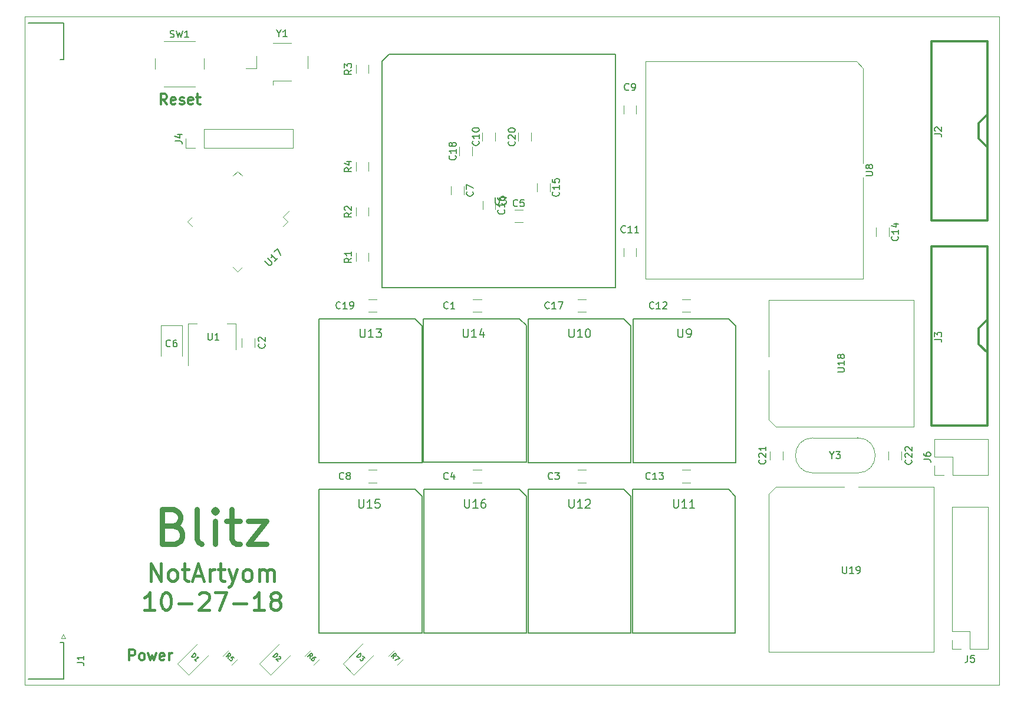
<source format=gbr>
%TF.GenerationSoftware,KiCad,Pcbnew,5.0.1-33cea8e~68~ubuntu18.04.1*%
%TF.CreationDate,2018-11-03T23:21:10-04:00*%
%TF.ProjectId,C68,4336382E6B696361645F706362000000,rev?*%
%TF.SameCoordinates,Original*%
%TF.FileFunction,Legend,Top*%
%TF.FilePolarity,Positive*%
%FSLAX46Y46*%
G04 Gerber Fmt 4.6, Leading zero omitted, Abs format (unit mm)*
G04 Created by KiCad (PCBNEW 5.0.1-33cea8e~68~ubuntu18.04.1) date Sat 03 Nov 2018 11:21:10 PM EDT*
%MOMM*%
%LPD*%
G01*
G04 APERTURE LIST*
%ADD10C,0.300000*%
%ADD11C,0.400000*%
%ADD12C,0.800000*%
%ADD13C,0.050000*%
%ADD14C,0.150000*%
%ADD15C,0.120000*%
%ADD16C,0.200000*%
G04 APERTURE END LIST*
D10*
X49535714Y-119928571D02*
X49535714Y-118428571D01*
X50107142Y-118428571D01*
X50250000Y-118500000D01*
X50321428Y-118571428D01*
X50392857Y-118714285D01*
X50392857Y-118928571D01*
X50321428Y-119071428D01*
X50250000Y-119142857D01*
X50107142Y-119214285D01*
X49535714Y-119214285D01*
X51250000Y-119928571D02*
X51107142Y-119857142D01*
X51035714Y-119785714D01*
X50964285Y-119642857D01*
X50964285Y-119214285D01*
X51035714Y-119071428D01*
X51107142Y-119000000D01*
X51250000Y-118928571D01*
X51464285Y-118928571D01*
X51607142Y-119000000D01*
X51678571Y-119071428D01*
X51750000Y-119214285D01*
X51750000Y-119642857D01*
X51678571Y-119785714D01*
X51607142Y-119857142D01*
X51464285Y-119928571D01*
X51250000Y-119928571D01*
X52250000Y-118928571D02*
X52535714Y-119928571D01*
X52821428Y-119214285D01*
X53107142Y-119928571D01*
X53392857Y-118928571D01*
X54535714Y-119857142D02*
X54392857Y-119928571D01*
X54107142Y-119928571D01*
X53964285Y-119857142D01*
X53892857Y-119714285D01*
X53892857Y-119142857D01*
X53964285Y-119000000D01*
X54107142Y-118928571D01*
X54392857Y-118928571D01*
X54535714Y-119000000D01*
X54607142Y-119142857D01*
X54607142Y-119285714D01*
X53892857Y-119428571D01*
X55250000Y-119928571D02*
X55250000Y-118928571D01*
X55250000Y-119214285D02*
X55321428Y-119071428D01*
X55392857Y-119000000D01*
X55535714Y-118928571D01*
X55678571Y-118928571D01*
X54942857Y-40078571D02*
X54442857Y-39364285D01*
X54085714Y-40078571D02*
X54085714Y-38578571D01*
X54657142Y-38578571D01*
X54800000Y-38650000D01*
X54871428Y-38721428D01*
X54942857Y-38864285D01*
X54942857Y-39078571D01*
X54871428Y-39221428D01*
X54800000Y-39292857D01*
X54657142Y-39364285D01*
X54085714Y-39364285D01*
X56157142Y-40007142D02*
X56014285Y-40078571D01*
X55728571Y-40078571D01*
X55585714Y-40007142D01*
X55514285Y-39864285D01*
X55514285Y-39292857D01*
X55585714Y-39150000D01*
X55728571Y-39078571D01*
X56014285Y-39078571D01*
X56157142Y-39150000D01*
X56228571Y-39292857D01*
X56228571Y-39435714D01*
X55514285Y-39578571D01*
X56800000Y-40007142D02*
X56942857Y-40078571D01*
X57228571Y-40078571D01*
X57371428Y-40007142D01*
X57442857Y-39864285D01*
X57442857Y-39792857D01*
X57371428Y-39650000D01*
X57228571Y-39578571D01*
X57014285Y-39578571D01*
X56871428Y-39507142D01*
X56800000Y-39364285D01*
X56800000Y-39292857D01*
X56871428Y-39150000D01*
X57014285Y-39078571D01*
X57228571Y-39078571D01*
X57371428Y-39150000D01*
X58657142Y-40007142D02*
X58514285Y-40078571D01*
X58228571Y-40078571D01*
X58085714Y-40007142D01*
X58014285Y-39864285D01*
X58014285Y-39292857D01*
X58085714Y-39150000D01*
X58228571Y-39078571D01*
X58514285Y-39078571D01*
X58657142Y-39150000D01*
X58728571Y-39292857D01*
X58728571Y-39435714D01*
X58014285Y-39578571D01*
X59157142Y-39078571D02*
X59728571Y-39078571D01*
X59371428Y-38578571D02*
X59371428Y-39864285D01*
X59442857Y-40007142D01*
X59585714Y-40078571D01*
X59728571Y-40078571D01*
D11*
X52630952Y-108555952D02*
X52630952Y-106055952D01*
X54059523Y-108555952D01*
X54059523Y-106055952D01*
X55607142Y-108555952D02*
X55369047Y-108436904D01*
X55250000Y-108317857D01*
X55130952Y-108079761D01*
X55130952Y-107365476D01*
X55250000Y-107127380D01*
X55369047Y-107008333D01*
X55607142Y-106889285D01*
X55964285Y-106889285D01*
X56202380Y-107008333D01*
X56321428Y-107127380D01*
X56440476Y-107365476D01*
X56440476Y-108079761D01*
X56321428Y-108317857D01*
X56202380Y-108436904D01*
X55964285Y-108555952D01*
X55607142Y-108555952D01*
X57154761Y-106889285D02*
X58107142Y-106889285D01*
X57511904Y-106055952D02*
X57511904Y-108198809D01*
X57630952Y-108436904D01*
X57869047Y-108555952D01*
X58107142Y-108555952D01*
X58821428Y-107841666D02*
X60011904Y-107841666D01*
X58583333Y-108555952D02*
X59416666Y-106055952D01*
X60250000Y-108555952D01*
X61083333Y-108555952D02*
X61083333Y-106889285D01*
X61083333Y-107365476D02*
X61202380Y-107127380D01*
X61321428Y-107008333D01*
X61559523Y-106889285D01*
X61797619Y-106889285D01*
X62273809Y-106889285D02*
X63226190Y-106889285D01*
X62630952Y-106055952D02*
X62630952Y-108198809D01*
X62750000Y-108436904D01*
X62988095Y-108555952D01*
X63226190Y-108555952D01*
X63821428Y-106889285D02*
X64416666Y-108555952D01*
X65011904Y-106889285D02*
X64416666Y-108555952D01*
X64178571Y-109151190D01*
X64059523Y-109270238D01*
X63821428Y-109389285D01*
X66321428Y-108555952D02*
X66083333Y-108436904D01*
X65964285Y-108317857D01*
X65845238Y-108079761D01*
X65845238Y-107365476D01*
X65964285Y-107127380D01*
X66083333Y-107008333D01*
X66321428Y-106889285D01*
X66678571Y-106889285D01*
X66916666Y-107008333D01*
X67035714Y-107127380D01*
X67154761Y-107365476D01*
X67154761Y-108079761D01*
X67035714Y-108317857D01*
X66916666Y-108436904D01*
X66678571Y-108555952D01*
X66321428Y-108555952D01*
X68226190Y-108555952D02*
X68226190Y-106889285D01*
X68226190Y-107127380D02*
X68345238Y-107008333D01*
X68583333Y-106889285D01*
X68940476Y-106889285D01*
X69178571Y-107008333D01*
X69297619Y-107246428D01*
X69297619Y-108555952D01*
X69297619Y-107246428D02*
X69416666Y-107008333D01*
X69654761Y-106889285D01*
X70011904Y-106889285D01*
X70250000Y-107008333D01*
X70369047Y-107246428D01*
X70369047Y-108555952D01*
X53166666Y-112705952D02*
X51738095Y-112705952D01*
X52452380Y-112705952D02*
X52452380Y-110205952D01*
X52214285Y-110563095D01*
X51976190Y-110801190D01*
X51738095Y-110920238D01*
X54714285Y-110205952D02*
X54952380Y-110205952D01*
X55190476Y-110325000D01*
X55309523Y-110444047D01*
X55428571Y-110682142D01*
X55547619Y-111158333D01*
X55547619Y-111753571D01*
X55428571Y-112229761D01*
X55309523Y-112467857D01*
X55190476Y-112586904D01*
X54952380Y-112705952D01*
X54714285Y-112705952D01*
X54476190Y-112586904D01*
X54357142Y-112467857D01*
X54238095Y-112229761D01*
X54119047Y-111753571D01*
X54119047Y-111158333D01*
X54238095Y-110682142D01*
X54357142Y-110444047D01*
X54476190Y-110325000D01*
X54714285Y-110205952D01*
X56619047Y-111753571D02*
X58523809Y-111753571D01*
X59595238Y-110444047D02*
X59714285Y-110325000D01*
X59952380Y-110205952D01*
X60547619Y-110205952D01*
X60785714Y-110325000D01*
X60904761Y-110444047D01*
X61023809Y-110682142D01*
X61023809Y-110920238D01*
X60904761Y-111277380D01*
X59476190Y-112705952D01*
X61023809Y-112705952D01*
X61857142Y-110205952D02*
X63523809Y-110205952D01*
X62452380Y-112705952D01*
X64476190Y-111753571D02*
X66380952Y-111753571D01*
X68880952Y-112705952D02*
X67452380Y-112705952D01*
X68166666Y-112705952D02*
X68166666Y-110205952D01*
X67928571Y-110563095D01*
X67690476Y-110801190D01*
X67452380Y-110920238D01*
X70309523Y-111277380D02*
X70071428Y-111158333D01*
X69952380Y-111039285D01*
X69833333Y-110801190D01*
X69833333Y-110682142D01*
X69952380Y-110444047D01*
X70071428Y-110325000D01*
X70309523Y-110205952D01*
X70785714Y-110205952D01*
X71023809Y-110325000D01*
X71142857Y-110444047D01*
X71261904Y-110682142D01*
X71261904Y-110801190D01*
X71142857Y-111039285D01*
X71023809Y-111158333D01*
X70785714Y-111277380D01*
X70309523Y-111277380D01*
X70071428Y-111396428D01*
X69952380Y-111515476D01*
X69833333Y-111753571D01*
X69833333Y-112229761D01*
X69952380Y-112467857D01*
X70071428Y-112586904D01*
X70309523Y-112705952D01*
X70785714Y-112705952D01*
X71023809Y-112586904D01*
X71142857Y-112467857D01*
X71261904Y-112229761D01*
X71261904Y-111753571D01*
X71142857Y-111515476D01*
X71023809Y-111396428D01*
X70785714Y-111277380D01*
D12*
X55904761Y-100642857D02*
X56619047Y-100880952D01*
X56857142Y-101119047D01*
X57095238Y-101595238D01*
X57095238Y-102309523D01*
X56857142Y-102785714D01*
X56619047Y-103023809D01*
X56142857Y-103261904D01*
X54238095Y-103261904D01*
X54238095Y-98261904D01*
X55904761Y-98261904D01*
X56380952Y-98500000D01*
X56619047Y-98738095D01*
X56857142Y-99214285D01*
X56857142Y-99690476D01*
X56619047Y-100166666D01*
X56380952Y-100404761D01*
X55904761Y-100642857D01*
X54238095Y-100642857D01*
X59952380Y-103261904D02*
X59476190Y-103023809D01*
X59238095Y-102547619D01*
X59238095Y-98261904D01*
X61857142Y-103261904D02*
X61857142Y-99928571D01*
X61857142Y-98261904D02*
X61619047Y-98500000D01*
X61857142Y-98738095D01*
X62095238Y-98500000D01*
X61857142Y-98261904D01*
X61857142Y-98738095D01*
X63523809Y-99928571D02*
X65428571Y-99928571D01*
X64238095Y-98261904D02*
X64238095Y-102547619D01*
X64476190Y-103023809D01*
X64952380Y-103261904D01*
X65428571Y-103261904D01*
X66619047Y-99928571D02*
X69238095Y-99928571D01*
X66619047Y-103261904D01*
X69238095Y-103261904D01*
D13*
X174500000Y-123500000D02*
X174500000Y-27500000D01*
X34500000Y-123500000D02*
X174500000Y-123500000D01*
X34500000Y-27500000D02*
X34500000Y-123500000D01*
X174500000Y-27500000D02*
X34500000Y-27500000D01*
D14*
X91580000Y-116045000D02*
X91580000Y-96395000D01*
X76820000Y-116045000D02*
X91580000Y-116045000D01*
X76820000Y-95395000D02*
X76820000Y-116045000D01*
X90580000Y-95395000D02*
X76820000Y-95395000D01*
X91580000Y-96395000D02*
X90580000Y-95395000D01*
X91580000Y-91520000D02*
X91580000Y-71870000D01*
X76820000Y-91520000D02*
X91580000Y-91520000D01*
X76820000Y-70870000D02*
X76820000Y-91520000D01*
X90580000Y-70870000D02*
X76820000Y-70870000D01*
X91580000Y-71870000D02*
X90580000Y-70870000D01*
X136660000Y-71875000D02*
X135660000Y-70875000D01*
X135660000Y-70875000D02*
X121900000Y-70875000D01*
X121900000Y-70875000D02*
X121900000Y-91525000D01*
X121900000Y-91525000D02*
X136660000Y-91525000D01*
X136660000Y-91525000D02*
X136660000Y-71875000D01*
D15*
X98910436Y-68090000D02*
X100114564Y-68090000D01*
X98910436Y-69910000D02*
X100114564Y-69910000D01*
X67520000Y-74919564D02*
X67520000Y-73715436D01*
X65700000Y-74919564D02*
X65700000Y-73715436D01*
X113910436Y-94410000D02*
X115114564Y-94410000D01*
X113910436Y-92590000D02*
X115114564Y-92590000D01*
X98910436Y-92590000D02*
X100114564Y-92590000D01*
X98910436Y-94410000D02*
X100114564Y-94410000D01*
X104860436Y-57030000D02*
X106064564Y-57030000D01*
X104860436Y-55210000D02*
X106064564Y-55210000D01*
X57120000Y-76205000D02*
X57120000Y-71820000D01*
X57120000Y-71820000D02*
X54100000Y-71820000D01*
X54100000Y-71820000D02*
X54100000Y-76205000D01*
X97590000Y-51860436D02*
X97590000Y-53064564D01*
X95770000Y-51860436D02*
X95770000Y-53064564D01*
X83897936Y-92590000D02*
X85102064Y-92590000D01*
X83897936Y-94410000D02*
X85102064Y-94410000D01*
X120520000Y-41454564D02*
X120520000Y-40250436D01*
X122340000Y-41454564D02*
X122340000Y-40250436D01*
X102070000Y-45309564D02*
X102070000Y-44105436D01*
X100250000Y-45309564D02*
X100250000Y-44105436D01*
X120520000Y-61949564D02*
X120520000Y-60745436D01*
X122340000Y-61949564D02*
X122340000Y-60745436D01*
X128910436Y-69910000D02*
X130114564Y-69910000D01*
X128910436Y-68090000D02*
X130114564Y-68090000D01*
X128910436Y-92590000D02*
X130114564Y-92590000D01*
X128910436Y-94410000D02*
X130114564Y-94410000D01*
X156820000Y-57800436D02*
X156820000Y-59004564D01*
X158640000Y-57800436D02*
X158640000Y-59004564D01*
X109930000Y-51410436D02*
X109930000Y-52614564D01*
X108110000Y-51410436D02*
X108110000Y-52614564D01*
X100290000Y-53980436D02*
X100290000Y-55184564D01*
X102110000Y-53980436D02*
X102110000Y-55184564D01*
X113910436Y-68090000D02*
X115114564Y-68090000D01*
X113910436Y-69910000D02*
X115114564Y-69910000D01*
X96930000Y-47409564D02*
X96930000Y-46205436D01*
X98750000Y-47409564D02*
X98750000Y-46205436D01*
X83897936Y-69910000D02*
X85102064Y-69910000D01*
X83897936Y-68090000D02*
X85102064Y-68090000D01*
X105420000Y-45359564D02*
X105420000Y-44155436D01*
X107240000Y-45359564D02*
X107240000Y-44155436D01*
X143410000Y-91114564D02*
X143410000Y-89910436D01*
X141590000Y-91114564D02*
X141590000Y-89910436D01*
X158590000Y-89910436D02*
X158590000Y-91114564D01*
X160410000Y-89910436D02*
X160410000Y-91114564D01*
D10*
X169000000Y-31000000D02*
X172750000Y-31000000D01*
X172750000Y-31000000D02*
X172750000Y-56750000D01*
X172750000Y-56750000D02*
X164750000Y-56750000D01*
X164750000Y-56750000D02*
X164750000Y-31000000D01*
X164750000Y-31000000D02*
X169000000Y-31000000D01*
X171500000Y-42750000D02*
X171500000Y-45000000D01*
X171500000Y-45000000D02*
X172750000Y-46250000D01*
X171500000Y-42750000D02*
X172750000Y-41500000D01*
X171500000Y-72250000D02*
X172750000Y-71000000D01*
X171500000Y-74500000D02*
X172750000Y-75750000D01*
X171500000Y-72250000D02*
X171500000Y-74500000D01*
X164750000Y-60500000D02*
X169000000Y-60500000D01*
X164750000Y-86250000D02*
X164750000Y-60500000D01*
X172750000Y-86250000D02*
X164750000Y-86250000D01*
X172750000Y-60500000D02*
X172750000Y-86250000D01*
X169000000Y-60500000D02*
X172750000Y-60500000D01*
D15*
X73030000Y-46330000D02*
X73030000Y-43670000D01*
X60270000Y-46330000D02*
X73030000Y-46330000D01*
X60270000Y-43670000D02*
X73030000Y-43670000D01*
X60270000Y-46330000D02*
X60270000Y-43670000D01*
X59000000Y-46330000D02*
X57670000Y-46330000D01*
X57670000Y-46330000D02*
X57670000Y-45000000D01*
X172870000Y-118330000D02*
X170270000Y-118330000D01*
X172870000Y-118330000D02*
X172870000Y-97890000D01*
X172870000Y-97890000D02*
X167670000Y-97890000D01*
X167670000Y-115730000D02*
X167670000Y-97890000D01*
X170270000Y-115730000D02*
X167670000Y-115730000D01*
X170270000Y-118330000D02*
X170270000Y-115730000D01*
X167670000Y-118330000D02*
X167670000Y-117000000D01*
X169000000Y-118330000D02*
X167670000Y-118330000D01*
X172910000Y-93330000D02*
X172910000Y-88130000D01*
X167770000Y-93330000D02*
X172910000Y-93330000D01*
X165170000Y-88130000D02*
X172910000Y-88130000D01*
X167770000Y-93330000D02*
X167770000Y-90730000D01*
X167770000Y-90730000D02*
X165170000Y-90730000D01*
X165170000Y-90730000D02*
X165170000Y-88130000D01*
X166500000Y-93330000D02*
X165170000Y-93330000D01*
X165170000Y-93330000D02*
X165170000Y-92000000D01*
X83910000Y-62614564D02*
X83910000Y-61410436D01*
X82090000Y-62614564D02*
X82090000Y-61410436D01*
X83910000Y-54910436D02*
X83910000Y-56114564D01*
X82090000Y-54910436D02*
X82090000Y-56114564D01*
X83910000Y-35589564D02*
X83910000Y-34385436D01*
X82090000Y-35589564D02*
X82090000Y-34385436D01*
X83910000Y-48410436D02*
X83910000Y-49614564D01*
X82090000Y-48410436D02*
X82090000Y-49614564D01*
X54500000Y-37500000D02*
X59000000Y-37500000D01*
X53250000Y-33500000D02*
X53250000Y-35000000D01*
X59000000Y-31000000D02*
X54500000Y-31000000D01*
X60250000Y-35000000D02*
X60250000Y-33500000D01*
X64805001Y-71564999D02*
X63545001Y-71564999D01*
X57985001Y-71564999D02*
X59245001Y-71564999D01*
X64805001Y-75324999D02*
X64805001Y-71564999D01*
X57985001Y-77574999D02*
X57985001Y-71564999D01*
D16*
X85870000Y-66420000D02*
X119370000Y-66420000D01*
X119370000Y-66420000D02*
X119370000Y-32920000D01*
X119370000Y-32920000D02*
X86870000Y-32920000D01*
X86870000Y-32920000D02*
X85870000Y-33920000D01*
X85870000Y-33920000D02*
X85870000Y-66420000D01*
D15*
X154955000Y-48540000D02*
X154955000Y-34915000D01*
X154955000Y-34915000D02*
X153955000Y-33915000D01*
X153955000Y-33915000D02*
X123705000Y-33915000D01*
X123705000Y-33915000D02*
X123705000Y-65165000D01*
X123705000Y-65165000D02*
X154955000Y-65165000D01*
X154955000Y-65165000D02*
X154955000Y-50540000D01*
D14*
X121580000Y-91525000D02*
X121580000Y-71875000D01*
X106820000Y-91525000D02*
X121580000Y-91525000D01*
X106820000Y-70875000D02*
X106820000Y-91525000D01*
X120580000Y-70875000D02*
X106820000Y-70875000D01*
X121580000Y-71875000D02*
X120580000Y-70875000D01*
X136580000Y-96395000D02*
X135580000Y-95395000D01*
X135580000Y-95395000D02*
X121820000Y-95395000D01*
X121820000Y-95395000D02*
X121820000Y-116045000D01*
X121820000Y-116045000D02*
X136580000Y-116045000D01*
X136580000Y-116045000D02*
X136580000Y-96395000D01*
X121580000Y-116045000D02*
X121580000Y-96395000D01*
X106820000Y-116045000D02*
X121580000Y-116045000D01*
X106820000Y-95395000D02*
X106820000Y-116045000D01*
X120580000Y-95395000D02*
X106820000Y-95395000D01*
X121580000Y-96395000D02*
X120580000Y-95395000D01*
X106560000Y-71855000D02*
X105560000Y-70855000D01*
X105560000Y-70855000D02*
X91800000Y-70855000D01*
X91800000Y-70855000D02*
X91800000Y-91505000D01*
X91800000Y-91505000D02*
X106560000Y-91505000D01*
X106560000Y-91505000D02*
X106560000Y-71855000D01*
X106580000Y-96395000D02*
X105580000Y-95395000D01*
X105580000Y-95395000D02*
X91820000Y-95395000D01*
X91820000Y-95395000D02*
X91820000Y-116045000D01*
X91820000Y-116045000D02*
X106580000Y-116045000D01*
X106580000Y-116045000D02*
X106580000Y-96395000D01*
D15*
X71649862Y-57584753D02*
X72321613Y-56913002D01*
X72321613Y-56913002D02*
X71649862Y-56241251D01*
X65766733Y-63467882D02*
X65094982Y-64139633D01*
X65094982Y-64139633D02*
X64423231Y-63467882D01*
X64423231Y-50358122D02*
X65094982Y-49686371D01*
X65094982Y-49686371D02*
X65766733Y-50358122D01*
X58540102Y-56241251D02*
X57868351Y-56913002D01*
X57868351Y-56913002D02*
X58540102Y-57584753D01*
X71649862Y-56241251D02*
X72562030Y-55329083D01*
X141400000Y-78270000D02*
X141400000Y-85395000D01*
X141400000Y-85395000D02*
X142400000Y-86395000D01*
X142400000Y-86395000D02*
X162200000Y-86395000D01*
X162200000Y-86395000D02*
X162200000Y-68145000D01*
X162200000Y-68145000D02*
X141400000Y-68145000D01*
X141400000Y-68145000D02*
X141400000Y-76270000D01*
X147740000Y-87975000D02*
X154140000Y-87975000D01*
X147740000Y-93025000D02*
X154140000Y-93025000D01*
X147740000Y-93025000D02*
G75*
G02X147740000Y-87975000I0J2525000D01*
G01*
X154140000Y-93025000D02*
G75*
G03X154140000Y-87975000I0J2525000D01*
G01*
X152230000Y-95000000D02*
X142380000Y-95000000D01*
X142380000Y-95000000D02*
X141380000Y-96000000D01*
X141380000Y-96000000D02*
X141380000Y-118700000D01*
X141380000Y-118700000D02*
X165080000Y-118700000D01*
X165080000Y-118700000D02*
X165080000Y-95000000D01*
X165080000Y-95000000D02*
X154230000Y-95000000D01*
X66300000Y-34900000D02*
X67800000Y-34900000D01*
X67800000Y-34900000D02*
X67800000Y-33100000D01*
X75200000Y-33100000D02*
X75200000Y-34900000D01*
X70200000Y-31300000D02*
X72800000Y-31300000D01*
X72800000Y-36700000D02*
X70200000Y-36700000D01*
X70200000Y-36700000D02*
X70200000Y-37300000D01*
X40040000Y-116220000D02*
X39740000Y-116820000D01*
D14*
X40100000Y-28400000D02*
X35000000Y-28400000D01*
X40100000Y-33600000D02*
X40100000Y-28400000D01*
X39600000Y-33600000D02*
X40100000Y-33600000D01*
X40100000Y-122600000D02*
X35000000Y-122600000D01*
X40100000Y-117400000D02*
X40100000Y-122600000D01*
X39600000Y-117400000D02*
X40100000Y-117400000D01*
D15*
X40340000Y-116820000D02*
X40040000Y-116220000D01*
X39740000Y-116820000D02*
X40340000Y-116820000D01*
X59328805Y-117566063D02*
X56457951Y-120436916D01*
X56457951Y-120436916D02*
X58063084Y-122042049D01*
X58063084Y-122042049D02*
X60933937Y-119171195D01*
X71078805Y-117566063D02*
X68207951Y-120436916D01*
X68207951Y-120436916D02*
X69813084Y-122042049D01*
X69813084Y-122042049D02*
X72683937Y-119171195D01*
X81813084Y-122042049D02*
X84683937Y-119171195D01*
X80207951Y-120436916D02*
X81813084Y-122042049D01*
X83078805Y-117566063D02*
X80207951Y-120436916D01*
X65121012Y-119769565D02*
X64269565Y-120621012D01*
X63834077Y-118482630D02*
X62982630Y-119334077D01*
X76871012Y-119769565D02*
X76019565Y-120621012D01*
X75584077Y-118482630D02*
X74732630Y-119334077D01*
X87584077Y-118482630D02*
X86732630Y-119334077D01*
X88871012Y-119769565D02*
X88019565Y-120621012D01*
D14*
X82514285Y-96842857D02*
X82514285Y-97814285D01*
X82571428Y-97928571D01*
X82628571Y-97985714D01*
X82742857Y-98042857D01*
X82971428Y-98042857D01*
X83085714Y-97985714D01*
X83142857Y-97928571D01*
X83200000Y-97814285D01*
X83200000Y-96842857D01*
X84400000Y-98042857D02*
X83714285Y-98042857D01*
X84057142Y-98042857D02*
X84057142Y-96842857D01*
X83942857Y-97014285D01*
X83828571Y-97128571D01*
X83714285Y-97185714D01*
X85485714Y-96842857D02*
X84914285Y-96842857D01*
X84857142Y-97414285D01*
X84914285Y-97357142D01*
X85028571Y-97300000D01*
X85314285Y-97300000D01*
X85428571Y-97357142D01*
X85485714Y-97414285D01*
X85542857Y-97528571D01*
X85542857Y-97814285D01*
X85485714Y-97928571D01*
X85428571Y-97985714D01*
X85314285Y-98042857D01*
X85028571Y-98042857D01*
X84914285Y-97985714D01*
X84857142Y-97928571D01*
X82714285Y-72342857D02*
X82714285Y-73314285D01*
X82771428Y-73428571D01*
X82828571Y-73485714D01*
X82942857Y-73542857D01*
X83171428Y-73542857D01*
X83285714Y-73485714D01*
X83342857Y-73428571D01*
X83400000Y-73314285D01*
X83400000Y-72342857D01*
X84600000Y-73542857D02*
X83914285Y-73542857D01*
X84257142Y-73542857D02*
X84257142Y-72342857D01*
X84142857Y-72514285D01*
X84028571Y-72628571D01*
X83914285Y-72685714D01*
X85000000Y-72342857D02*
X85742857Y-72342857D01*
X85342857Y-72800000D01*
X85514285Y-72800000D01*
X85628571Y-72857142D01*
X85685714Y-72914285D01*
X85742857Y-73028571D01*
X85742857Y-73314285D01*
X85685714Y-73428571D01*
X85628571Y-73485714D01*
X85514285Y-73542857D01*
X85171428Y-73542857D01*
X85057142Y-73485714D01*
X85000000Y-73428571D01*
X128365714Y-72342857D02*
X128365714Y-73314285D01*
X128422857Y-73428571D01*
X128480000Y-73485714D01*
X128594285Y-73542857D01*
X128822857Y-73542857D01*
X128937142Y-73485714D01*
X128994285Y-73428571D01*
X129051428Y-73314285D01*
X129051428Y-72342857D01*
X129680000Y-73542857D02*
X129908571Y-73542857D01*
X130022857Y-73485714D01*
X130080000Y-73428571D01*
X130194285Y-73257142D01*
X130251428Y-73028571D01*
X130251428Y-72571428D01*
X130194285Y-72457142D01*
X130137142Y-72400000D01*
X130022857Y-72342857D01*
X129794285Y-72342857D01*
X129680000Y-72400000D01*
X129622857Y-72457142D01*
X129565714Y-72571428D01*
X129565714Y-72857142D01*
X129622857Y-72971428D01*
X129680000Y-73028571D01*
X129794285Y-73085714D01*
X130022857Y-73085714D01*
X130137142Y-73028571D01*
X130194285Y-72971428D01*
X130251428Y-72857142D01*
X95333333Y-69357142D02*
X95285714Y-69404761D01*
X95142857Y-69452380D01*
X95047619Y-69452380D01*
X94904761Y-69404761D01*
X94809523Y-69309523D01*
X94761904Y-69214285D01*
X94714285Y-69023809D01*
X94714285Y-68880952D01*
X94761904Y-68690476D01*
X94809523Y-68595238D01*
X94904761Y-68500000D01*
X95047619Y-68452380D01*
X95142857Y-68452380D01*
X95285714Y-68500000D01*
X95333333Y-68547619D01*
X96285714Y-69452380D02*
X95714285Y-69452380D01*
X96000000Y-69452380D02*
X96000000Y-68452380D01*
X95904761Y-68595238D01*
X95809523Y-68690476D01*
X95714285Y-68738095D01*
X68967142Y-74484166D02*
X69014761Y-74531785D01*
X69062380Y-74674642D01*
X69062380Y-74769880D01*
X69014761Y-74912738D01*
X68919523Y-75007976D01*
X68824285Y-75055595D01*
X68633809Y-75103214D01*
X68490952Y-75103214D01*
X68300476Y-75055595D01*
X68205238Y-75007976D01*
X68110000Y-74912738D01*
X68062380Y-74769880D01*
X68062380Y-74674642D01*
X68110000Y-74531785D01*
X68157619Y-74484166D01*
X68157619Y-74103214D02*
X68110000Y-74055595D01*
X68062380Y-73960357D01*
X68062380Y-73722261D01*
X68110000Y-73627023D01*
X68157619Y-73579404D01*
X68252857Y-73531785D01*
X68348095Y-73531785D01*
X68490952Y-73579404D01*
X69062380Y-74150833D01*
X69062380Y-73531785D01*
X110333333Y-93857142D02*
X110285714Y-93904761D01*
X110142857Y-93952380D01*
X110047619Y-93952380D01*
X109904761Y-93904761D01*
X109809523Y-93809523D01*
X109761904Y-93714285D01*
X109714285Y-93523809D01*
X109714285Y-93380952D01*
X109761904Y-93190476D01*
X109809523Y-93095238D01*
X109904761Y-93000000D01*
X110047619Y-92952380D01*
X110142857Y-92952380D01*
X110285714Y-93000000D01*
X110333333Y-93047619D01*
X110666666Y-92952380D02*
X111285714Y-92952380D01*
X110952380Y-93333333D01*
X111095238Y-93333333D01*
X111190476Y-93380952D01*
X111238095Y-93428571D01*
X111285714Y-93523809D01*
X111285714Y-93761904D01*
X111238095Y-93857142D01*
X111190476Y-93904761D01*
X111095238Y-93952380D01*
X110809523Y-93952380D01*
X110714285Y-93904761D01*
X110666666Y-93857142D01*
X95333333Y-93857142D02*
X95285714Y-93904761D01*
X95142857Y-93952380D01*
X95047619Y-93952380D01*
X94904761Y-93904761D01*
X94809523Y-93809523D01*
X94761904Y-93714285D01*
X94714285Y-93523809D01*
X94714285Y-93380952D01*
X94761904Y-93190476D01*
X94809523Y-93095238D01*
X94904761Y-93000000D01*
X95047619Y-92952380D01*
X95142857Y-92952380D01*
X95285714Y-93000000D01*
X95333333Y-93047619D01*
X96190476Y-93285714D02*
X96190476Y-93952380D01*
X95952380Y-92904761D02*
X95714285Y-93619047D01*
X96333333Y-93619047D01*
X105295833Y-54657142D02*
X105248214Y-54704761D01*
X105105357Y-54752380D01*
X105010119Y-54752380D01*
X104867261Y-54704761D01*
X104772023Y-54609523D01*
X104724404Y-54514285D01*
X104676785Y-54323809D01*
X104676785Y-54180952D01*
X104724404Y-53990476D01*
X104772023Y-53895238D01*
X104867261Y-53800000D01*
X105010119Y-53752380D01*
X105105357Y-53752380D01*
X105248214Y-53800000D01*
X105295833Y-53847619D01*
X106200595Y-53752380D02*
X105724404Y-53752380D01*
X105676785Y-54228571D01*
X105724404Y-54180952D01*
X105819642Y-54133333D01*
X106057738Y-54133333D01*
X106152976Y-54180952D01*
X106200595Y-54228571D01*
X106248214Y-54323809D01*
X106248214Y-54561904D01*
X106200595Y-54657142D01*
X106152976Y-54704761D01*
X106057738Y-54752380D01*
X105819642Y-54752380D01*
X105724404Y-54704761D01*
X105676785Y-54657142D01*
X55443333Y-74812142D02*
X55395714Y-74859761D01*
X55252857Y-74907380D01*
X55157619Y-74907380D01*
X55014761Y-74859761D01*
X54919523Y-74764523D01*
X54871904Y-74669285D01*
X54824285Y-74478809D01*
X54824285Y-74335952D01*
X54871904Y-74145476D01*
X54919523Y-74050238D01*
X55014761Y-73955000D01*
X55157619Y-73907380D01*
X55252857Y-73907380D01*
X55395714Y-73955000D01*
X55443333Y-74002619D01*
X56300476Y-73907380D02*
X56110000Y-73907380D01*
X56014761Y-73955000D01*
X55967142Y-74002619D01*
X55871904Y-74145476D01*
X55824285Y-74335952D01*
X55824285Y-74716904D01*
X55871904Y-74812142D01*
X55919523Y-74859761D01*
X56014761Y-74907380D01*
X56205238Y-74907380D01*
X56300476Y-74859761D01*
X56348095Y-74812142D01*
X56395714Y-74716904D01*
X56395714Y-74478809D01*
X56348095Y-74383571D01*
X56300476Y-74335952D01*
X56205238Y-74288333D01*
X56014761Y-74288333D01*
X55919523Y-74335952D01*
X55871904Y-74383571D01*
X55824285Y-74478809D01*
X98857142Y-52629166D02*
X98904761Y-52676785D01*
X98952380Y-52819642D01*
X98952380Y-52914880D01*
X98904761Y-53057738D01*
X98809523Y-53152976D01*
X98714285Y-53200595D01*
X98523809Y-53248214D01*
X98380952Y-53248214D01*
X98190476Y-53200595D01*
X98095238Y-53152976D01*
X98000000Y-53057738D01*
X97952380Y-52914880D01*
X97952380Y-52819642D01*
X98000000Y-52676785D01*
X98047619Y-52629166D01*
X97952380Y-52295833D02*
X97952380Y-51629166D01*
X98952380Y-52057738D01*
X80333333Y-93857142D02*
X80285714Y-93904761D01*
X80142857Y-93952380D01*
X80047619Y-93952380D01*
X79904761Y-93904761D01*
X79809523Y-93809523D01*
X79761904Y-93714285D01*
X79714285Y-93523809D01*
X79714285Y-93380952D01*
X79761904Y-93190476D01*
X79809523Y-93095238D01*
X79904761Y-93000000D01*
X80047619Y-92952380D01*
X80142857Y-92952380D01*
X80285714Y-93000000D01*
X80333333Y-93047619D01*
X80904761Y-93380952D02*
X80809523Y-93333333D01*
X80761904Y-93285714D01*
X80714285Y-93190476D01*
X80714285Y-93142857D01*
X80761904Y-93047619D01*
X80809523Y-93000000D01*
X80904761Y-92952380D01*
X81095238Y-92952380D01*
X81190476Y-93000000D01*
X81238095Y-93047619D01*
X81285714Y-93142857D01*
X81285714Y-93190476D01*
X81238095Y-93285714D01*
X81190476Y-93333333D01*
X81095238Y-93380952D01*
X80904761Y-93380952D01*
X80809523Y-93428571D01*
X80761904Y-93476190D01*
X80714285Y-93571428D01*
X80714285Y-93761904D01*
X80761904Y-93857142D01*
X80809523Y-93904761D01*
X80904761Y-93952380D01*
X81095238Y-93952380D01*
X81190476Y-93904761D01*
X81238095Y-93857142D01*
X81285714Y-93761904D01*
X81285714Y-93571428D01*
X81238095Y-93476190D01*
X81190476Y-93428571D01*
X81095238Y-93380952D01*
X121283333Y-37987142D02*
X121235714Y-38034761D01*
X121092857Y-38082380D01*
X120997619Y-38082380D01*
X120854761Y-38034761D01*
X120759523Y-37939523D01*
X120711904Y-37844285D01*
X120664285Y-37653809D01*
X120664285Y-37510952D01*
X120711904Y-37320476D01*
X120759523Y-37225238D01*
X120854761Y-37130000D01*
X120997619Y-37082380D01*
X121092857Y-37082380D01*
X121235714Y-37130000D01*
X121283333Y-37177619D01*
X121759523Y-38082380D02*
X121950000Y-38082380D01*
X122045238Y-38034761D01*
X122092857Y-37987142D01*
X122188095Y-37844285D01*
X122235714Y-37653809D01*
X122235714Y-37272857D01*
X122188095Y-37177619D01*
X122140476Y-37130000D01*
X122045238Y-37082380D01*
X121854761Y-37082380D01*
X121759523Y-37130000D01*
X121711904Y-37177619D01*
X121664285Y-37272857D01*
X121664285Y-37510952D01*
X121711904Y-37606190D01*
X121759523Y-37653809D01*
X121854761Y-37701428D01*
X122045238Y-37701428D01*
X122140476Y-37653809D01*
X122188095Y-37606190D01*
X122235714Y-37510952D01*
X99697142Y-45350357D02*
X99744761Y-45397976D01*
X99792380Y-45540833D01*
X99792380Y-45636071D01*
X99744761Y-45778928D01*
X99649523Y-45874166D01*
X99554285Y-45921785D01*
X99363809Y-45969404D01*
X99220952Y-45969404D01*
X99030476Y-45921785D01*
X98935238Y-45874166D01*
X98840000Y-45778928D01*
X98792380Y-45636071D01*
X98792380Y-45540833D01*
X98840000Y-45397976D01*
X98887619Y-45350357D01*
X99792380Y-44397976D02*
X99792380Y-44969404D01*
X99792380Y-44683690D02*
X98792380Y-44683690D01*
X98935238Y-44778928D01*
X99030476Y-44874166D01*
X99078095Y-44969404D01*
X98792380Y-43778928D02*
X98792380Y-43683690D01*
X98840000Y-43588452D01*
X98887619Y-43540833D01*
X98982857Y-43493214D01*
X99173333Y-43445595D01*
X99411428Y-43445595D01*
X99601904Y-43493214D01*
X99697142Y-43540833D01*
X99744761Y-43588452D01*
X99792380Y-43683690D01*
X99792380Y-43778928D01*
X99744761Y-43874166D01*
X99697142Y-43921785D01*
X99601904Y-43969404D01*
X99411428Y-44017023D01*
X99173333Y-44017023D01*
X98982857Y-43969404D01*
X98887619Y-43921785D01*
X98840000Y-43874166D01*
X98792380Y-43778928D01*
X120787142Y-58407142D02*
X120739523Y-58454761D01*
X120596666Y-58502380D01*
X120501428Y-58502380D01*
X120358571Y-58454761D01*
X120263333Y-58359523D01*
X120215714Y-58264285D01*
X120168095Y-58073809D01*
X120168095Y-57930952D01*
X120215714Y-57740476D01*
X120263333Y-57645238D01*
X120358571Y-57550000D01*
X120501428Y-57502380D01*
X120596666Y-57502380D01*
X120739523Y-57550000D01*
X120787142Y-57597619D01*
X121739523Y-58502380D02*
X121168095Y-58502380D01*
X121453809Y-58502380D02*
X121453809Y-57502380D01*
X121358571Y-57645238D01*
X121263333Y-57740476D01*
X121168095Y-57788095D01*
X122691904Y-58502380D02*
X122120476Y-58502380D01*
X122406190Y-58502380D02*
X122406190Y-57502380D01*
X122310952Y-57645238D01*
X122215714Y-57740476D01*
X122120476Y-57788095D01*
X124857142Y-69357142D02*
X124809523Y-69404761D01*
X124666666Y-69452380D01*
X124571428Y-69452380D01*
X124428571Y-69404761D01*
X124333333Y-69309523D01*
X124285714Y-69214285D01*
X124238095Y-69023809D01*
X124238095Y-68880952D01*
X124285714Y-68690476D01*
X124333333Y-68595238D01*
X124428571Y-68500000D01*
X124571428Y-68452380D01*
X124666666Y-68452380D01*
X124809523Y-68500000D01*
X124857142Y-68547619D01*
X125809523Y-69452380D02*
X125238095Y-69452380D01*
X125523809Y-69452380D02*
X125523809Y-68452380D01*
X125428571Y-68595238D01*
X125333333Y-68690476D01*
X125238095Y-68738095D01*
X126190476Y-68547619D02*
X126238095Y-68500000D01*
X126333333Y-68452380D01*
X126571428Y-68452380D01*
X126666666Y-68500000D01*
X126714285Y-68547619D01*
X126761904Y-68642857D01*
X126761904Y-68738095D01*
X126714285Y-68880952D01*
X126142857Y-69452380D01*
X126761904Y-69452380D01*
X124357142Y-93857142D02*
X124309523Y-93904761D01*
X124166666Y-93952380D01*
X124071428Y-93952380D01*
X123928571Y-93904761D01*
X123833333Y-93809523D01*
X123785714Y-93714285D01*
X123738095Y-93523809D01*
X123738095Y-93380952D01*
X123785714Y-93190476D01*
X123833333Y-93095238D01*
X123928571Y-93000000D01*
X124071428Y-92952380D01*
X124166666Y-92952380D01*
X124309523Y-93000000D01*
X124357142Y-93047619D01*
X125309523Y-93952380D02*
X124738095Y-93952380D01*
X125023809Y-93952380D02*
X125023809Y-92952380D01*
X124928571Y-93095238D01*
X124833333Y-93190476D01*
X124738095Y-93238095D01*
X125642857Y-92952380D02*
X126261904Y-92952380D01*
X125928571Y-93333333D01*
X126071428Y-93333333D01*
X126166666Y-93380952D01*
X126214285Y-93428571D01*
X126261904Y-93523809D01*
X126261904Y-93761904D01*
X126214285Y-93857142D01*
X126166666Y-93904761D01*
X126071428Y-93952380D01*
X125785714Y-93952380D01*
X125690476Y-93904761D01*
X125642857Y-93857142D01*
X159907142Y-59045357D02*
X159954761Y-59092976D01*
X160002380Y-59235833D01*
X160002380Y-59331071D01*
X159954761Y-59473928D01*
X159859523Y-59569166D01*
X159764285Y-59616785D01*
X159573809Y-59664404D01*
X159430952Y-59664404D01*
X159240476Y-59616785D01*
X159145238Y-59569166D01*
X159050000Y-59473928D01*
X159002380Y-59331071D01*
X159002380Y-59235833D01*
X159050000Y-59092976D01*
X159097619Y-59045357D01*
X160002380Y-58092976D02*
X160002380Y-58664404D01*
X160002380Y-58378690D02*
X159002380Y-58378690D01*
X159145238Y-58473928D01*
X159240476Y-58569166D01*
X159288095Y-58664404D01*
X159335714Y-57235833D02*
X160002380Y-57235833D01*
X158954761Y-57473928D02*
X159669047Y-57712023D01*
X159669047Y-57092976D01*
X111197142Y-52655357D02*
X111244761Y-52702976D01*
X111292380Y-52845833D01*
X111292380Y-52941071D01*
X111244761Y-53083928D01*
X111149523Y-53179166D01*
X111054285Y-53226785D01*
X110863809Y-53274404D01*
X110720952Y-53274404D01*
X110530476Y-53226785D01*
X110435238Y-53179166D01*
X110340000Y-53083928D01*
X110292380Y-52941071D01*
X110292380Y-52845833D01*
X110340000Y-52702976D01*
X110387619Y-52655357D01*
X111292380Y-51702976D02*
X111292380Y-52274404D01*
X111292380Y-51988690D02*
X110292380Y-51988690D01*
X110435238Y-52083928D01*
X110530476Y-52179166D01*
X110578095Y-52274404D01*
X110292380Y-50798214D02*
X110292380Y-51274404D01*
X110768571Y-51322023D01*
X110720952Y-51274404D01*
X110673333Y-51179166D01*
X110673333Y-50941071D01*
X110720952Y-50845833D01*
X110768571Y-50798214D01*
X110863809Y-50750595D01*
X111101904Y-50750595D01*
X111197142Y-50798214D01*
X111244761Y-50845833D01*
X111292380Y-50941071D01*
X111292380Y-51179166D01*
X111244761Y-51274404D01*
X111197142Y-51322023D01*
X103377142Y-55225357D02*
X103424761Y-55272976D01*
X103472380Y-55415833D01*
X103472380Y-55511071D01*
X103424761Y-55653928D01*
X103329523Y-55749166D01*
X103234285Y-55796785D01*
X103043809Y-55844404D01*
X102900952Y-55844404D01*
X102710476Y-55796785D01*
X102615238Y-55749166D01*
X102520000Y-55653928D01*
X102472380Y-55511071D01*
X102472380Y-55415833D01*
X102520000Y-55272976D01*
X102567619Y-55225357D01*
X103472380Y-54272976D02*
X103472380Y-54844404D01*
X103472380Y-54558690D02*
X102472380Y-54558690D01*
X102615238Y-54653928D01*
X102710476Y-54749166D01*
X102758095Y-54844404D01*
X102472380Y-53415833D02*
X102472380Y-53606309D01*
X102520000Y-53701547D01*
X102567619Y-53749166D01*
X102710476Y-53844404D01*
X102900952Y-53892023D01*
X103281904Y-53892023D01*
X103377142Y-53844404D01*
X103424761Y-53796785D01*
X103472380Y-53701547D01*
X103472380Y-53511071D01*
X103424761Y-53415833D01*
X103377142Y-53368214D01*
X103281904Y-53320595D01*
X103043809Y-53320595D01*
X102948571Y-53368214D01*
X102900952Y-53415833D01*
X102853333Y-53511071D01*
X102853333Y-53701547D01*
X102900952Y-53796785D01*
X102948571Y-53844404D01*
X103043809Y-53892023D01*
X109857142Y-69357142D02*
X109809523Y-69404761D01*
X109666666Y-69452380D01*
X109571428Y-69452380D01*
X109428571Y-69404761D01*
X109333333Y-69309523D01*
X109285714Y-69214285D01*
X109238095Y-69023809D01*
X109238095Y-68880952D01*
X109285714Y-68690476D01*
X109333333Y-68595238D01*
X109428571Y-68500000D01*
X109571428Y-68452380D01*
X109666666Y-68452380D01*
X109809523Y-68500000D01*
X109857142Y-68547619D01*
X110809523Y-69452380D02*
X110238095Y-69452380D01*
X110523809Y-69452380D02*
X110523809Y-68452380D01*
X110428571Y-68595238D01*
X110333333Y-68690476D01*
X110238095Y-68738095D01*
X111142857Y-68452380D02*
X111809523Y-68452380D01*
X111380952Y-69452380D01*
X96377142Y-47450357D02*
X96424761Y-47497976D01*
X96472380Y-47640833D01*
X96472380Y-47736071D01*
X96424761Y-47878928D01*
X96329523Y-47974166D01*
X96234285Y-48021785D01*
X96043809Y-48069404D01*
X95900952Y-48069404D01*
X95710476Y-48021785D01*
X95615238Y-47974166D01*
X95520000Y-47878928D01*
X95472380Y-47736071D01*
X95472380Y-47640833D01*
X95520000Y-47497976D01*
X95567619Y-47450357D01*
X96472380Y-46497976D02*
X96472380Y-47069404D01*
X96472380Y-46783690D02*
X95472380Y-46783690D01*
X95615238Y-46878928D01*
X95710476Y-46974166D01*
X95758095Y-47069404D01*
X95900952Y-45926547D02*
X95853333Y-46021785D01*
X95805714Y-46069404D01*
X95710476Y-46117023D01*
X95662857Y-46117023D01*
X95567619Y-46069404D01*
X95520000Y-46021785D01*
X95472380Y-45926547D01*
X95472380Y-45736071D01*
X95520000Y-45640833D01*
X95567619Y-45593214D01*
X95662857Y-45545595D01*
X95710476Y-45545595D01*
X95805714Y-45593214D01*
X95853333Y-45640833D01*
X95900952Y-45736071D01*
X95900952Y-45926547D01*
X95948571Y-46021785D01*
X95996190Y-46069404D01*
X96091428Y-46117023D01*
X96281904Y-46117023D01*
X96377142Y-46069404D01*
X96424761Y-46021785D01*
X96472380Y-45926547D01*
X96472380Y-45736071D01*
X96424761Y-45640833D01*
X96377142Y-45593214D01*
X96281904Y-45545595D01*
X96091428Y-45545595D01*
X95996190Y-45593214D01*
X95948571Y-45640833D01*
X95900952Y-45736071D01*
X79857142Y-69357142D02*
X79809523Y-69404761D01*
X79666666Y-69452380D01*
X79571428Y-69452380D01*
X79428571Y-69404761D01*
X79333333Y-69309523D01*
X79285714Y-69214285D01*
X79238095Y-69023809D01*
X79238095Y-68880952D01*
X79285714Y-68690476D01*
X79333333Y-68595238D01*
X79428571Y-68500000D01*
X79571428Y-68452380D01*
X79666666Y-68452380D01*
X79809523Y-68500000D01*
X79857142Y-68547619D01*
X80809523Y-69452380D02*
X80238095Y-69452380D01*
X80523809Y-69452380D02*
X80523809Y-68452380D01*
X80428571Y-68595238D01*
X80333333Y-68690476D01*
X80238095Y-68738095D01*
X81285714Y-69452380D02*
X81476190Y-69452380D01*
X81571428Y-69404761D01*
X81619047Y-69357142D01*
X81714285Y-69214285D01*
X81761904Y-69023809D01*
X81761904Y-68642857D01*
X81714285Y-68547619D01*
X81666666Y-68500000D01*
X81571428Y-68452380D01*
X81380952Y-68452380D01*
X81285714Y-68500000D01*
X81238095Y-68547619D01*
X81190476Y-68642857D01*
X81190476Y-68880952D01*
X81238095Y-68976190D01*
X81285714Y-69023809D01*
X81380952Y-69071428D01*
X81571428Y-69071428D01*
X81666666Y-69023809D01*
X81714285Y-68976190D01*
X81761904Y-68880952D01*
X104867142Y-45400357D02*
X104914761Y-45447976D01*
X104962380Y-45590833D01*
X104962380Y-45686071D01*
X104914761Y-45828928D01*
X104819523Y-45924166D01*
X104724285Y-45971785D01*
X104533809Y-46019404D01*
X104390952Y-46019404D01*
X104200476Y-45971785D01*
X104105238Y-45924166D01*
X104010000Y-45828928D01*
X103962380Y-45686071D01*
X103962380Y-45590833D01*
X104010000Y-45447976D01*
X104057619Y-45400357D01*
X104057619Y-45019404D02*
X104010000Y-44971785D01*
X103962380Y-44876547D01*
X103962380Y-44638452D01*
X104010000Y-44543214D01*
X104057619Y-44495595D01*
X104152857Y-44447976D01*
X104248095Y-44447976D01*
X104390952Y-44495595D01*
X104962380Y-45067023D01*
X104962380Y-44447976D01*
X103962380Y-43828928D02*
X103962380Y-43733690D01*
X104010000Y-43638452D01*
X104057619Y-43590833D01*
X104152857Y-43543214D01*
X104343333Y-43495595D01*
X104581428Y-43495595D01*
X104771904Y-43543214D01*
X104867142Y-43590833D01*
X104914761Y-43638452D01*
X104962380Y-43733690D01*
X104962380Y-43828928D01*
X104914761Y-43924166D01*
X104867142Y-43971785D01*
X104771904Y-44019404D01*
X104581428Y-44067023D01*
X104343333Y-44067023D01*
X104152857Y-44019404D01*
X104057619Y-43971785D01*
X104010000Y-43924166D01*
X103962380Y-43828928D01*
X140857142Y-91142857D02*
X140904761Y-91190476D01*
X140952380Y-91333333D01*
X140952380Y-91428571D01*
X140904761Y-91571428D01*
X140809523Y-91666666D01*
X140714285Y-91714285D01*
X140523809Y-91761904D01*
X140380952Y-91761904D01*
X140190476Y-91714285D01*
X140095238Y-91666666D01*
X140000000Y-91571428D01*
X139952380Y-91428571D01*
X139952380Y-91333333D01*
X140000000Y-91190476D01*
X140047619Y-91142857D01*
X140047619Y-90761904D02*
X140000000Y-90714285D01*
X139952380Y-90619047D01*
X139952380Y-90380952D01*
X140000000Y-90285714D01*
X140047619Y-90238095D01*
X140142857Y-90190476D01*
X140238095Y-90190476D01*
X140380952Y-90238095D01*
X140952380Y-90809523D01*
X140952380Y-90190476D01*
X140952380Y-89238095D02*
X140952380Y-89809523D01*
X140952380Y-89523809D02*
X139952380Y-89523809D01*
X140095238Y-89619047D01*
X140190476Y-89714285D01*
X140238095Y-89809523D01*
X161857142Y-91155357D02*
X161904761Y-91202976D01*
X161952380Y-91345833D01*
X161952380Y-91441071D01*
X161904761Y-91583928D01*
X161809523Y-91679166D01*
X161714285Y-91726785D01*
X161523809Y-91774404D01*
X161380952Y-91774404D01*
X161190476Y-91726785D01*
X161095238Y-91679166D01*
X161000000Y-91583928D01*
X160952380Y-91441071D01*
X160952380Y-91345833D01*
X161000000Y-91202976D01*
X161047619Y-91155357D01*
X161047619Y-90774404D02*
X161000000Y-90726785D01*
X160952380Y-90631547D01*
X160952380Y-90393452D01*
X161000000Y-90298214D01*
X161047619Y-90250595D01*
X161142857Y-90202976D01*
X161238095Y-90202976D01*
X161380952Y-90250595D01*
X161952380Y-90822023D01*
X161952380Y-90202976D01*
X161047619Y-89822023D02*
X161000000Y-89774404D01*
X160952380Y-89679166D01*
X160952380Y-89441071D01*
X161000000Y-89345833D01*
X161047619Y-89298214D01*
X161142857Y-89250595D01*
X161238095Y-89250595D01*
X161380952Y-89298214D01*
X161952380Y-89869642D01*
X161952380Y-89250595D01*
X165202380Y-44333333D02*
X165916666Y-44333333D01*
X166059523Y-44380952D01*
X166154761Y-44476190D01*
X166202380Y-44619047D01*
X166202380Y-44714285D01*
X165297619Y-43904761D02*
X165250000Y-43857142D01*
X165202380Y-43761904D01*
X165202380Y-43523809D01*
X165250000Y-43428571D01*
X165297619Y-43380952D01*
X165392857Y-43333333D01*
X165488095Y-43333333D01*
X165630952Y-43380952D01*
X166202380Y-43952380D01*
X166202380Y-43333333D01*
X165202380Y-73833333D02*
X165916666Y-73833333D01*
X166059523Y-73880952D01*
X166154761Y-73976190D01*
X166202380Y-74119047D01*
X166202380Y-74214285D01*
X165202380Y-73452380D02*
X165202380Y-72833333D01*
X165583333Y-73166666D01*
X165583333Y-73023809D01*
X165630952Y-72928571D01*
X165678571Y-72880952D01*
X165773809Y-72833333D01*
X166011904Y-72833333D01*
X166107142Y-72880952D01*
X166154761Y-72928571D01*
X166202380Y-73023809D01*
X166202380Y-73309523D01*
X166154761Y-73404761D01*
X166107142Y-73452380D01*
X56122380Y-45333333D02*
X56836666Y-45333333D01*
X56979523Y-45380952D01*
X57074761Y-45476190D01*
X57122380Y-45619047D01*
X57122380Y-45714285D01*
X56455714Y-44428571D02*
X57122380Y-44428571D01*
X56074761Y-44666666D02*
X56789047Y-44904761D01*
X56789047Y-44285714D01*
X169936666Y-119222380D02*
X169936666Y-119936666D01*
X169889047Y-120079523D01*
X169793809Y-120174761D01*
X169650952Y-120222380D01*
X169555714Y-120222380D01*
X170889047Y-119222380D02*
X170412857Y-119222380D01*
X170365238Y-119698571D01*
X170412857Y-119650952D01*
X170508095Y-119603333D01*
X170746190Y-119603333D01*
X170841428Y-119650952D01*
X170889047Y-119698571D01*
X170936666Y-119793809D01*
X170936666Y-120031904D01*
X170889047Y-120127142D01*
X170841428Y-120174761D01*
X170746190Y-120222380D01*
X170508095Y-120222380D01*
X170412857Y-120174761D01*
X170365238Y-120127142D01*
X163622380Y-91063333D02*
X164336666Y-91063333D01*
X164479523Y-91110952D01*
X164574761Y-91206190D01*
X164622380Y-91349047D01*
X164622380Y-91444285D01*
X163622380Y-90158571D02*
X163622380Y-90349047D01*
X163670000Y-90444285D01*
X163717619Y-90491904D01*
X163860476Y-90587142D01*
X164050952Y-90634761D01*
X164431904Y-90634761D01*
X164527142Y-90587142D01*
X164574761Y-90539523D01*
X164622380Y-90444285D01*
X164622380Y-90253809D01*
X164574761Y-90158571D01*
X164527142Y-90110952D01*
X164431904Y-90063333D01*
X164193809Y-90063333D01*
X164098571Y-90110952D01*
X164050952Y-90158571D01*
X164003333Y-90253809D01*
X164003333Y-90444285D01*
X164050952Y-90539523D01*
X164098571Y-90587142D01*
X164193809Y-90634761D01*
X81452380Y-62179166D02*
X80976190Y-62512500D01*
X81452380Y-62750595D02*
X80452380Y-62750595D01*
X80452380Y-62369642D01*
X80500000Y-62274404D01*
X80547619Y-62226785D01*
X80642857Y-62179166D01*
X80785714Y-62179166D01*
X80880952Y-62226785D01*
X80928571Y-62274404D01*
X80976190Y-62369642D01*
X80976190Y-62750595D01*
X81452380Y-61226785D02*
X81452380Y-61798214D01*
X81452380Y-61512500D02*
X80452380Y-61512500D01*
X80595238Y-61607738D01*
X80690476Y-61702976D01*
X80738095Y-61798214D01*
X81452380Y-55666666D02*
X80976190Y-56000000D01*
X81452380Y-56238095D02*
X80452380Y-56238095D01*
X80452380Y-55857142D01*
X80500000Y-55761904D01*
X80547619Y-55714285D01*
X80642857Y-55666666D01*
X80785714Y-55666666D01*
X80880952Y-55714285D01*
X80928571Y-55761904D01*
X80976190Y-55857142D01*
X80976190Y-56238095D01*
X80547619Y-55285714D02*
X80500000Y-55238095D01*
X80452380Y-55142857D01*
X80452380Y-54904761D01*
X80500000Y-54809523D01*
X80547619Y-54761904D01*
X80642857Y-54714285D01*
X80738095Y-54714285D01*
X80880952Y-54761904D01*
X81452380Y-55333333D01*
X81452380Y-54714285D01*
X81452380Y-35154166D02*
X80976190Y-35487500D01*
X81452380Y-35725595D02*
X80452380Y-35725595D01*
X80452380Y-35344642D01*
X80500000Y-35249404D01*
X80547619Y-35201785D01*
X80642857Y-35154166D01*
X80785714Y-35154166D01*
X80880952Y-35201785D01*
X80928571Y-35249404D01*
X80976190Y-35344642D01*
X80976190Y-35725595D01*
X80452380Y-34820833D02*
X80452380Y-34201785D01*
X80833333Y-34535119D01*
X80833333Y-34392261D01*
X80880952Y-34297023D01*
X80928571Y-34249404D01*
X81023809Y-34201785D01*
X81261904Y-34201785D01*
X81357142Y-34249404D01*
X81404761Y-34297023D01*
X81452380Y-34392261D01*
X81452380Y-34677976D01*
X81404761Y-34773214D01*
X81357142Y-34820833D01*
X81452380Y-49166666D02*
X80976190Y-49500000D01*
X81452380Y-49738095D02*
X80452380Y-49738095D01*
X80452380Y-49357142D01*
X80500000Y-49261904D01*
X80547619Y-49214285D01*
X80642857Y-49166666D01*
X80785714Y-49166666D01*
X80880952Y-49214285D01*
X80928571Y-49261904D01*
X80976190Y-49357142D01*
X80976190Y-49738095D01*
X80785714Y-48309523D02*
X81452380Y-48309523D01*
X80404761Y-48547619D02*
X81119047Y-48785714D01*
X81119047Y-48166666D01*
X55416666Y-30404761D02*
X55559523Y-30452380D01*
X55797619Y-30452380D01*
X55892857Y-30404761D01*
X55940476Y-30357142D01*
X55988095Y-30261904D01*
X55988095Y-30166666D01*
X55940476Y-30071428D01*
X55892857Y-30023809D01*
X55797619Y-29976190D01*
X55607142Y-29928571D01*
X55511904Y-29880952D01*
X55464285Y-29833333D01*
X55416666Y-29738095D01*
X55416666Y-29642857D01*
X55464285Y-29547619D01*
X55511904Y-29500000D01*
X55607142Y-29452380D01*
X55845238Y-29452380D01*
X55988095Y-29500000D01*
X56321428Y-29452380D02*
X56559523Y-30452380D01*
X56750000Y-29738095D01*
X56940476Y-30452380D01*
X57178571Y-29452380D01*
X58083333Y-30452380D02*
X57511904Y-30452380D01*
X57797619Y-30452380D02*
X57797619Y-29452380D01*
X57702380Y-29595238D01*
X57607142Y-29690476D01*
X57511904Y-29738095D01*
X60848095Y-72927379D02*
X60848095Y-73736903D01*
X60895714Y-73832141D01*
X60943333Y-73879760D01*
X61038571Y-73927379D01*
X61229047Y-73927379D01*
X61324285Y-73879760D01*
X61371904Y-73832141D01*
X61419523Y-73736903D01*
X61419523Y-72927379D01*
X62419523Y-73927379D02*
X61848095Y-73927379D01*
X62133809Y-73927379D02*
X62133809Y-72927379D01*
X62038571Y-73070237D01*
X61943333Y-73165475D01*
X61848095Y-73213094D01*
X102108095Y-53432380D02*
X102108095Y-54241904D01*
X102155714Y-54337142D01*
X102203333Y-54384761D01*
X102298571Y-54432380D01*
X102489047Y-54432380D01*
X102584285Y-54384761D01*
X102631904Y-54337142D01*
X102679523Y-54241904D01*
X102679523Y-53432380D01*
X103060476Y-53432380D02*
X103679523Y-53432380D01*
X103346190Y-53813333D01*
X103489047Y-53813333D01*
X103584285Y-53860952D01*
X103631904Y-53908571D01*
X103679523Y-54003809D01*
X103679523Y-54241904D01*
X103631904Y-54337142D01*
X103584285Y-54384761D01*
X103489047Y-54432380D01*
X103203333Y-54432380D01*
X103108095Y-54384761D01*
X103060476Y-54337142D01*
X155307380Y-50301904D02*
X156116904Y-50301904D01*
X156212142Y-50254285D01*
X156259761Y-50206666D01*
X156307380Y-50111428D01*
X156307380Y-49920952D01*
X156259761Y-49825714D01*
X156212142Y-49778095D01*
X156116904Y-49730476D01*
X155307380Y-49730476D01*
X155735952Y-49111428D02*
X155688333Y-49206666D01*
X155640714Y-49254285D01*
X155545476Y-49301904D01*
X155497857Y-49301904D01*
X155402619Y-49254285D01*
X155355000Y-49206666D01*
X155307380Y-49111428D01*
X155307380Y-48920952D01*
X155355000Y-48825714D01*
X155402619Y-48778095D01*
X155497857Y-48730476D01*
X155545476Y-48730476D01*
X155640714Y-48778095D01*
X155688333Y-48825714D01*
X155735952Y-48920952D01*
X155735952Y-49111428D01*
X155783571Y-49206666D01*
X155831190Y-49254285D01*
X155926428Y-49301904D01*
X156116904Y-49301904D01*
X156212142Y-49254285D01*
X156259761Y-49206666D01*
X156307380Y-49111428D01*
X156307380Y-48920952D01*
X156259761Y-48825714D01*
X156212142Y-48778095D01*
X156116904Y-48730476D01*
X155926428Y-48730476D01*
X155831190Y-48778095D01*
X155783571Y-48825714D01*
X155735952Y-48920952D01*
X112714285Y-72342857D02*
X112714285Y-73314285D01*
X112771428Y-73428571D01*
X112828571Y-73485714D01*
X112942857Y-73542857D01*
X113171428Y-73542857D01*
X113285714Y-73485714D01*
X113342857Y-73428571D01*
X113400000Y-73314285D01*
X113400000Y-72342857D01*
X114600000Y-73542857D02*
X113914285Y-73542857D01*
X114257142Y-73542857D02*
X114257142Y-72342857D01*
X114142857Y-72514285D01*
X114028571Y-72628571D01*
X113914285Y-72685714D01*
X115342857Y-72342857D02*
X115457142Y-72342857D01*
X115571428Y-72400000D01*
X115628571Y-72457142D01*
X115685714Y-72571428D01*
X115742857Y-72800000D01*
X115742857Y-73085714D01*
X115685714Y-73314285D01*
X115628571Y-73428571D01*
X115571428Y-73485714D01*
X115457142Y-73542857D01*
X115342857Y-73542857D01*
X115228571Y-73485714D01*
X115171428Y-73428571D01*
X115114285Y-73314285D01*
X115057142Y-73085714D01*
X115057142Y-72800000D01*
X115114285Y-72571428D01*
X115171428Y-72457142D01*
X115228571Y-72400000D01*
X115342857Y-72342857D01*
X127714285Y-96842857D02*
X127714285Y-97814285D01*
X127771428Y-97928571D01*
X127828571Y-97985714D01*
X127942857Y-98042857D01*
X128171428Y-98042857D01*
X128285714Y-97985714D01*
X128342857Y-97928571D01*
X128400000Y-97814285D01*
X128400000Y-96842857D01*
X129600000Y-98042857D02*
X128914285Y-98042857D01*
X129257142Y-98042857D02*
X129257142Y-96842857D01*
X129142857Y-97014285D01*
X129028571Y-97128571D01*
X128914285Y-97185714D01*
X130742857Y-98042857D02*
X130057142Y-98042857D01*
X130400000Y-98042857D02*
X130400000Y-96842857D01*
X130285714Y-97014285D01*
X130171428Y-97128571D01*
X130057142Y-97185714D01*
X112714285Y-96842857D02*
X112714285Y-97814285D01*
X112771428Y-97928571D01*
X112828571Y-97985714D01*
X112942857Y-98042857D01*
X113171428Y-98042857D01*
X113285714Y-97985714D01*
X113342857Y-97928571D01*
X113400000Y-97814285D01*
X113400000Y-96842857D01*
X114600000Y-98042857D02*
X113914285Y-98042857D01*
X114257142Y-98042857D02*
X114257142Y-96842857D01*
X114142857Y-97014285D01*
X114028571Y-97128571D01*
X113914285Y-97185714D01*
X115057142Y-96957142D02*
X115114285Y-96900000D01*
X115228571Y-96842857D01*
X115514285Y-96842857D01*
X115628571Y-96900000D01*
X115685714Y-96957142D01*
X115742857Y-97071428D01*
X115742857Y-97185714D01*
X115685714Y-97357142D01*
X115000000Y-98042857D01*
X115742857Y-98042857D01*
X97514285Y-72342857D02*
X97514285Y-73314285D01*
X97571428Y-73428571D01*
X97628571Y-73485714D01*
X97742857Y-73542857D01*
X97971428Y-73542857D01*
X98085714Y-73485714D01*
X98142857Y-73428571D01*
X98200000Y-73314285D01*
X98200000Y-72342857D01*
X99400000Y-73542857D02*
X98714285Y-73542857D01*
X99057142Y-73542857D02*
X99057142Y-72342857D01*
X98942857Y-72514285D01*
X98828571Y-72628571D01*
X98714285Y-72685714D01*
X100428571Y-72742857D02*
X100428571Y-73542857D01*
X100142857Y-72285714D02*
X99857142Y-73142857D01*
X100600000Y-73142857D01*
X97714285Y-96842857D02*
X97714285Y-97814285D01*
X97771428Y-97928571D01*
X97828571Y-97985714D01*
X97942857Y-98042857D01*
X98171428Y-98042857D01*
X98285714Y-97985714D01*
X98342857Y-97928571D01*
X98400000Y-97814285D01*
X98400000Y-96842857D01*
X99600000Y-98042857D02*
X98914285Y-98042857D01*
X99257142Y-98042857D02*
X99257142Y-96842857D01*
X99142857Y-97014285D01*
X99028571Y-97128571D01*
X98914285Y-97185714D01*
X100628571Y-96842857D02*
X100400000Y-96842857D01*
X100285714Y-96900000D01*
X100228571Y-96957142D01*
X100114285Y-97128571D01*
X100057142Y-97357142D01*
X100057142Y-97814285D01*
X100114285Y-97928571D01*
X100171428Y-97985714D01*
X100285714Y-98042857D01*
X100514285Y-98042857D01*
X100628571Y-97985714D01*
X100685714Y-97928571D01*
X100742857Y-97814285D01*
X100742857Y-97528571D01*
X100685714Y-97414285D01*
X100628571Y-97357142D01*
X100514285Y-97300000D01*
X100285714Y-97300000D01*
X100171428Y-97357142D01*
X100114285Y-97414285D01*
X100057142Y-97528571D01*
X69029526Y-62598477D02*
X69601946Y-63170897D01*
X69702961Y-63204568D01*
X69770304Y-63204568D01*
X69871320Y-63170897D01*
X70006007Y-63036210D01*
X70039678Y-62935194D01*
X70039678Y-62867851D01*
X70006007Y-62766836D01*
X69433587Y-62194416D01*
X70847800Y-62194416D02*
X70443739Y-62598477D01*
X70645770Y-62396446D02*
X69938663Y-61689340D01*
X69972335Y-61857698D01*
X69972335Y-61992385D01*
X69938663Y-62093401D01*
X70376396Y-61251607D02*
X70847800Y-60780202D01*
X71251861Y-61790355D01*
X151252380Y-78508095D02*
X152061904Y-78508095D01*
X152157142Y-78460476D01*
X152204761Y-78412857D01*
X152252380Y-78317619D01*
X152252380Y-78127142D01*
X152204761Y-78031904D01*
X152157142Y-77984285D01*
X152061904Y-77936666D01*
X151252380Y-77936666D01*
X152252380Y-76936666D02*
X152252380Y-77508095D01*
X152252380Y-77222380D02*
X151252380Y-77222380D01*
X151395238Y-77317619D01*
X151490476Y-77412857D01*
X151538095Y-77508095D01*
X151680952Y-76365238D02*
X151633333Y-76460476D01*
X151585714Y-76508095D01*
X151490476Y-76555714D01*
X151442857Y-76555714D01*
X151347619Y-76508095D01*
X151300000Y-76460476D01*
X151252380Y-76365238D01*
X151252380Y-76174761D01*
X151300000Y-76079523D01*
X151347619Y-76031904D01*
X151442857Y-75984285D01*
X151490476Y-75984285D01*
X151585714Y-76031904D01*
X151633333Y-76079523D01*
X151680952Y-76174761D01*
X151680952Y-76365238D01*
X151728571Y-76460476D01*
X151776190Y-76508095D01*
X151871428Y-76555714D01*
X152061904Y-76555714D01*
X152157142Y-76508095D01*
X152204761Y-76460476D01*
X152252380Y-76365238D01*
X152252380Y-76174761D01*
X152204761Y-76079523D01*
X152157142Y-76031904D01*
X152061904Y-75984285D01*
X151871428Y-75984285D01*
X151776190Y-76031904D01*
X151728571Y-76079523D01*
X151680952Y-76174761D01*
X150463809Y-90476190D02*
X150463809Y-90952380D01*
X150130476Y-89952380D02*
X150463809Y-90476190D01*
X150797142Y-89952380D01*
X151035238Y-89952380D02*
X151654285Y-89952380D01*
X151320952Y-90333333D01*
X151463809Y-90333333D01*
X151559047Y-90380952D01*
X151606666Y-90428571D01*
X151654285Y-90523809D01*
X151654285Y-90761904D01*
X151606666Y-90857142D01*
X151559047Y-90904761D01*
X151463809Y-90952380D01*
X151178095Y-90952380D01*
X151082857Y-90904761D01*
X151035238Y-90857142D01*
X151991904Y-106452380D02*
X151991904Y-107261904D01*
X152039523Y-107357142D01*
X152087142Y-107404761D01*
X152182380Y-107452380D01*
X152372857Y-107452380D01*
X152468095Y-107404761D01*
X152515714Y-107357142D01*
X152563333Y-107261904D01*
X152563333Y-106452380D01*
X153563333Y-107452380D02*
X152991904Y-107452380D01*
X153277619Y-107452380D02*
X153277619Y-106452380D01*
X153182380Y-106595238D01*
X153087142Y-106690476D01*
X152991904Y-106738095D01*
X154039523Y-107452380D02*
X154230000Y-107452380D01*
X154325238Y-107404761D01*
X154372857Y-107357142D01*
X154468095Y-107214285D01*
X154515714Y-107023809D01*
X154515714Y-106642857D01*
X154468095Y-106547619D01*
X154420476Y-106500000D01*
X154325238Y-106452380D01*
X154134761Y-106452380D01*
X154039523Y-106500000D01*
X153991904Y-106547619D01*
X153944285Y-106642857D01*
X153944285Y-106880952D01*
X153991904Y-106976190D01*
X154039523Y-107023809D01*
X154134761Y-107071428D01*
X154325238Y-107071428D01*
X154420476Y-107023809D01*
X154468095Y-106976190D01*
X154515714Y-106880952D01*
X71023809Y-29876190D02*
X71023809Y-30352380D01*
X70690476Y-29352380D02*
X71023809Y-29876190D01*
X71357142Y-29352380D01*
X72214285Y-30352380D02*
X71642857Y-30352380D01*
X71928571Y-30352380D02*
X71928571Y-29352380D01*
X71833333Y-29495238D01*
X71738095Y-29590476D01*
X71642857Y-29638095D01*
X42032380Y-120283333D02*
X42746666Y-120283333D01*
X42889523Y-120330952D01*
X42984761Y-120426190D01*
X43032380Y-120569047D01*
X43032380Y-120664285D01*
X43032380Y-119283333D02*
X43032380Y-119854761D01*
X43032380Y-119569047D02*
X42032380Y-119569047D01*
X42175238Y-119664285D01*
X42270476Y-119759523D01*
X42318095Y-119854761D01*
X58452834Y-119368680D02*
X58912453Y-118909060D01*
X59021886Y-119018493D01*
X59065659Y-119106040D01*
X59065659Y-119193587D01*
X59043773Y-119259246D01*
X58978113Y-119368680D01*
X58912453Y-119434340D01*
X58803020Y-119500000D01*
X58737360Y-119521886D01*
X58649813Y-119521886D01*
X58562267Y-119478113D01*
X58452834Y-119368680D01*
X59153206Y-120069052D02*
X58890566Y-119806412D01*
X59021886Y-119937732D02*
X59481506Y-119478113D01*
X59372072Y-119500000D01*
X59284526Y-119500000D01*
X59218866Y-119478113D01*
X70202834Y-119368680D02*
X70662453Y-118909060D01*
X70771886Y-119018493D01*
X70815659Y-119106040D01*
X70815659Y-119193587D01*
X70793773Y-119259246D01*
X70728113Y-119368680D01*
X70662453Y-119434340D01*
X70553020Y-119500000D01*
X70487360Y-119521886D01*
X70399813Y-119521886D01*
X70312267Y-119478113D01*
X70202834Y-119368680D01*
X71056412Y-119390566D02*
X71100186Y-119390566D01*
X71165846Y-119412453D01*
X71275279Y-119521886D01*
X71297165Y-119587546D01*
X71297165Y-119631319D01*
X71275279Y-119696979D01*
X71231506Y-119740753D01*
X71143959Y-119784526D01*
X70618680Y-119784526D01*
X70903206Y-120069052D01*
X82202834Y-119368680D02*
X82662453Y-118909060D01*
X82771886Y-119018493D01*
X82815659Y-119106040D01*
X82815659Y-119193587D01*
X82793773Y-119259246D01*
X82728113Y-119368680D01*
X82662453Y-119434340D01*
X82553020Y-119500000D01*
X82487360Y-119521886D01*
X82399813Y-119521886D01*
X82312267Y-119478113D01*
X82202834Y-119368680D01*
X83078299Y-119324906D02*
X83362825Y-119609433D01*
X83034526Y-119631319D01*
X83100186Y-119696979D01*
X83122072Y-119762639D01*
X83122072Y-119806412D01*
X83100186Y-119872072D01*
X82990753Y-119981506D01*
X82925093Y-120003392D01*
X82881319Y-120003392D01*
X82815659Y-119981506D01*
X82684340Y-119850186D01*
X82662453Y-119784526D01*
X82662453Y-119740753D01*
X63715473Y-119631319D02*
X63781133Y-119259246D01*
X63452834Y-119368680D02*
X63912453Y-118909060D01*
X64087546Y-119084153D01*
X64109433Y-119149813D01*
X64109433Y-119193587D01*
X64087546Y-119259246D01*
X64021886Y-119324906D01*
X63956226Y-119346793D01*
X63912453Y-119346793D01*
X63846793Y-119324906D01*
X63671700Y-119149813D01*
X64590939Y-119587546D02*
X64372072Y-119368680D01*
X64131319Y-119565659D01*
X64175093Y-119565659D01*
X64240753Y-119587546D01*
X64350186Y-119696979D01*
X64372072Y-119762639D01*
X64372072Y-119806412D01*
X64350186Y-119872072D01*
X64240753Y-119981506D01*
X64175093Y-120003392D01*
X64131319Y-120003392D01*
X64065659Y-119981506D01*
X63956226Y-119872072D01*
X63934340Y-119806412D01*
X63934340Y-119762639D01*
X75465473Y-119631319D02*
X75531133Y-119259246D01*
X75202834Y-119368680D02*
X75662453Y-118909060D01*
X75837546Y-119084153D01*
X75859433Y-119149813D01*
X75859433Y-119193587D01*
X75837546Y-119259246D01*
X75771886Y-119324906D01*
X75706226Y-119346793D01*
X75662453Y-119346793D01*
X75596793Y-119324906D01*
X75421700Y-119149813D01*
X76319052Y-119565659D02*
X76231506Y-119478113D01*
X76165846Y-119456226D01*
X76122072Y-119456226D01*
X76012639Y-119478113D01*
X75903206Y-119543773D01*
X75728113Y-119718866D01*
X75706226Y-119784526D01*
X75706226Y-119828299D01*
X75728113Y-119893959D01*
X75815659Y-119981506D01*
X75881319Y-120003392D01*
X75925093Y-120003392D01*
X75990753Y-119981506D01*
X76100186Y-119872072D01*
X76122072Y-119806412D01*
X76122072Y-119762639D01*
X76100186Y-119696979D01*
X76012639Y-119609433D01*
X75946979Y-119587546D01*
X75903206Y-119587546D01*
X75837546Y-119609433D01*
X87465473Y-119631319D02*
X87531133Y-119259246D01*
X87202834Y-119368680D02*
X87662453Y-118909060D01*
X87837546Y-119084153D01*
X87859433Y-119149813D01*
X87859433Y-119193587D01*
X87837546Y-119259246D01*
X87771886Y-119324906D01*
X87706226Y-119346793D01*
X87662453Y-119346793D01*
X87596793Y-119324906D01*
X87421700Y-119149813D01*
X88078299Y-119324906D02*
X88384712Y-119631319D01*
X87728113Y-119893959D01*
M02*

</source>
